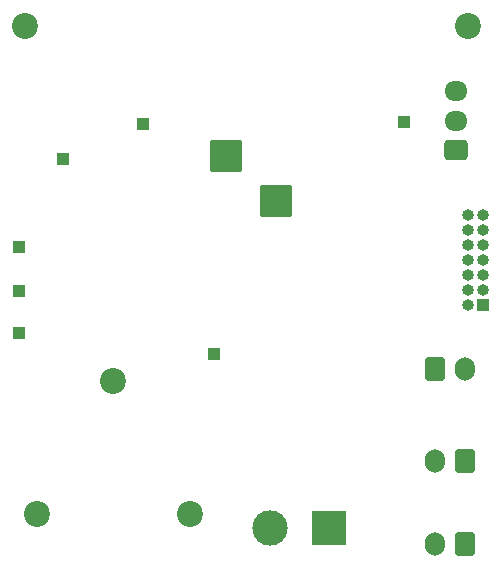
<source format=gbr>
%TF.GenerationSoftware,KiCad,Pcbnew,8.0.2*%
%TF.CreationDate,2024-10-23T20:47:09+03:00*%
%TF.ProjectId,PowerServo AE 36V 3.6A 30D - DEV,506f7765-7253-4657-9276-6f2041452033,rev?*%
%TF.SameCoordinates,Original*%
%TF.FileFunction,Soldermask,Bot*%
%TF.FilePolarity,Negative*%
%FSLAX46Y46*%
G04 Gerber Fmt 4.6, Leading zero omitted, Abs format (unit mm)*
G04 Created by KiCad (PCBNEW 8.0.2) date 2024-10-23 20:47:09*
%MOMM*%
%LPD*%
G01*
G04 APERTURE LIST*
G04 Aperture macros list*
%AMRoundRect*
0 Rectangle with rounded corners*
0 $1 Rounding radius*
0 $2 $3 $4 $5 $6 $7 $8 $9 X,Y pos of 4 corners*
0 Add a 4 corners polygon primitive as box body*
4,1,4,$2,$3,$4,$5,$6,$7,$8,$9,$2,$3,0*
0 Add four circle primitives for the rounded corners*
1,1,$1+$1,$2,$3*
1,1,$1+$1,$4,$5*
1,1,$1+$1,$6,$7*
1,1,$1+$1,$8,$9*
0 Add four rect primitives between the rounded corners*
20,1,$1+$1,$2,$3,$4,$5,0*
20,1,$1+$1,$4,$5,$6,$7,0*
20,1,$1+$1,$6,$7,$8,$9,0*
20,1,$1+$1,$8,$9,$2,$3,0*%
G04 Aperture macros list end*
%ADD10C,2.200000*%
%ADD11RoundRect,0.250000X0.725000X-0.600000X0.725000X0.600000X-0.725000X0.600000X-0.725000X-0.600000X0*%
%ADD12O,1.950000X1.700000*%
%ADD13RoundRect,0.250000X0.600000X0.750000X-0.600000X0.750000X-0.600000X-0.750000X0.600000X-0.750000X0*%
%ADD14O,1.700000X2.000000*%
%ADD15R,1.000000X1.000000*%
%ADD16R,3.000000X3.000000*%
%ADD17C,3.000000*%
%ADD18RoundRect,0.250000X-1.125000X-1.125000X1.125000X-1.125000X1.125000X1.125000X-1.125000X1.125000X0*%
%ADD19O,1.000000X1.000000*%
%ADD20RoundRect,0.250000X-0.600000X-0.750000X0.600000X-0.750000X0.600000X0.750000X-0.600000X0.750000X0*%
G04 APERTURE END LIST*
D10*
%TO.C,REF\u002A\u002A*%
X87500000Y-57500000D03*
%TD*%
D11*
%TO.C,J8*%
X123975002Y-68000002D03*
D12*
X123975001Y-65500002D03*
X123975002Y-63000002D03*
%TD*%
D13*
%TO.C,J6*%
X124749999Y-94275002D03*
D14*
X122249999Y-94275001D03*
%TD*%
D15*
%TO.C,J10*%
X87000000Y-79905000D03*
%TD*%
D16*
%TO.C,J4*%
X113250000Y-100000000D03*
D17*
X108250000Y-100000000D03*
%TD*%
D15*
%TO.C,J11*%
X87000000Y-76155000D03*
%TD*%
%TO.C,J17*%
X87000000Y-83500000D03*
%TD*%
D10*
%TO.C,REF\u002A\u002A*%
X125000000Y-57500000D03*
%TD*%
D18*
%TO.C,J2*%
X108750000Y-72250000D03*
%TD*%
D15*
%TO.C,J3*%
X126250000Y-81100001D03*
D19*
X124979999Y-81100001D03*
X126250000Y-79830000D03*
X124980002Y-79830003D03*
X126250001Y-78559998D03*
X124979999Y-78560003D03*
X126250000Y-77290002D03*
X124980000Y-77290002D03*
X126250000Y-76020001D03*
X124980001Y-76019999D03*
X126250000Y-74750001D03*
X124979999Y-74750001D03*
X126250000Y-73480001D03*
X124979999Y-73480000D03*
%TD*%
D15*
%TO.C,J16*%
X97500000Y-65750001D03*
%TD*%
%TO.C,J12*%
X103500000Y-85250000D03*
%TD*%
D18*
%TO.C,J7*%
X104500000Y-68500000D03*
%TD*%
D10*
%TO.C,REF\u002A\u002A*%
X88500000Y-98750000D03*
%TD*%
%TO.C,REF\u002A\u002A*%
X101500000Y-98750000D03*
%TD*%
D13*
%TO.C,J1*%
X124749999Y-101300001D03*
D14*
X122249999Y-101300000D03*
%TD*%
D15*
%TO.C,J13*%
X90750000Y-68750001D03*
%TD*%
D10*
%TO.C,REF\u002A\u002A*%
X95000000Y-87500000D03*
%TD*%
D20*
%TO.C,J5*%
X122250000Y-86500001D03*
D14*
X124750000Y-86500001D03*
%TD*%
D15*
%TO.C,J9*%
X119625000Y-65625001D03*
%TD*%
M02*

</source>
